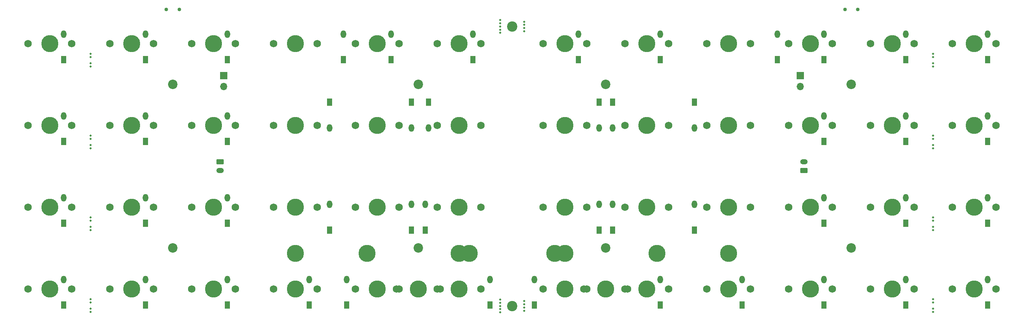
<source format=gbr>
%TF.GenerationSoftware,KiCad,Pcbnew,(7.0.0)*%
%TF.CreationDate,2024-02-09T22:05:54+01:00*%
%TF.ProjectId,graham cracker,67726168-616d-4206-9372-61636b65722e,rev?*%
%TF.SameCoordinates,Original*%
%TF.FileFunction,Soldermask,Top*%
%TF.FilePolarity,Negative*%
%FSLAX46Y46*%
G04 Gerber Fmt 4.6, Leading zero omitted, Abs format (unit mm)*
G04 Created by KiCad (PCBNEW (7.0.0)) date 2024-02-09 22:05:54*
%MOMM*%
%LPD*%
G01*
G04 APERTURE LIST*
G04 Aperture macros list*
%AMRoundRect*
0 Rectangle with rounded corners*
0 $1 Rounding radius*
0 $2 $3 $4 $5 $6 $7 $8 $9 X,Y pos of 4 corners*
0 Add a 4 corners polygon primitive as box body*
4,1,4,$2,$3,$4,$5,$6,$7,$8,$9,$2,$3,0*
0 Add four circle primitives for the rounded corners*
1,1,$1+$1,$2,$3*
1,1,$1+$1,$4,$5*
1,1,$1+$1,$6,$7*
1,1,$1+$1,$8,$9*
0 Add four rect primitives between the rounded corners*
20,1,$1+$1,$2,$3,$4,$5,0*
20,1,$1+$1,$4,$5,$6,$7,0*
20,1,$1+$1,$6,$7,$8,$9,0*
20,1,$1+$1,$8,$9,$2,$3,0*%
G04 Aperture macros list end*
%ADD10C,0.500000*%
%ADD11C,1.750000*%
%ADD12C,3.987800*%
%ADD13C,2.200000*%
%ADD14C,2.400000*%
%ADD15R,1.300000X1.778000*%
%ADD16O,1.300000X1.778000*%
%ADD17R,1.700000X1.700000*%
%ADD18O,1.700000X1.700000*%
%ADD19C,0.850000*%
%ADD20RoundRect,0.250000X0.625000X-0.350000X0.625000X0.350000X-0.625000X0.350000X-0.625000X-0.350000X0*%
%ADD21O,1.750000X1.200000*%
%ADD22RoundRect,0.250000X-0.625000X0.350000X-0.625000X-0.350000X0.625000X-0.350000X0.625000X0.350000X0*%
G04 APERTURE END LIST*
D10*
%TO.C,REF\u002A\u002A*%
X238868750Y-35778250D03*
X238868750Y-36518250D03*
X238868750Y-37945250D03*
X238868750Y-38685250D03*
%TD*%
D11*
%TO.C,MX29*%
X114617500Y-71437500D03*
D12*
X109537500Y-71437500D03*
D11*
X104457500Y-71437500D03*
%TD*%
%TO.C,MX11*%
X224313750Y-33337500D03*
D12*
X229393750Y-33337500D03*
D11*
X234473750Y-33337500D03*
%TD*%
%TO.C,MX22*%
X205263750Y-52387500D03*
D12*
X210343750Y-52387500D03*
D11*
X215423750Y-52387500D03*
%TD*%
%TO.C,MX6*%
X123507500Y-33337500D03*
D12*
X128587500Y-33337500D03*
D11*
X133667500Y-33337500D03*
%TD*%
%TO.C,MX26*%
X47307500Y-71437500D03*
D12*
X52387500Y-71437500D03*
D11*
X57467500Y-71437500D03*
%TD*%
D12*
%TO.C,S3*%
X174625000Y-82232500D03*
X150812500Y-82232500D03*
%TD*%
D11*
%TO.C,MX5*%
X104457500Y-33337500D03*
D12*
X109537500Y-33337500D03*
D11*
X114617500Y-33337500D03*
%TD*%
%TO.C,MX36*%
X243363750Y-71437500D03*
D12*
X248443750Y-71437500D03*
D11*
X253523750Y-71437500D03*
%TD*%
D10*
%TO.C,REF\u002A\u002A*%
X42812500Y-54828250D03*
X42812500Y-55568250D03*
X42812500Y-56995250D03*
X42812500Y-57735250D03*
%TD*%
D11*
%TO.C,MX44*%
X148113750Y-90487500D03*
D12*
X153193750Y-90487500D03*
D11*
X158273750Y-90487500D03*
%TD*%
%TO.C,MX23*%
X224313750Y-52387500D03*
D12*
X229393750Y-52387500D03*
D11*
X234473750Y-52387500D03*
%TD*%
D12*
%TO.C,S4*%
X191293750Y-82232500D03*
X153193750Y-82232500D03*
%TD*%
D11*
%TO.C,MX32*%
X177323750Y-71437500D03*
D12*
X172243750Y-71437500D03*
D11*
X167163750Y-71437500D03*
%TD*%
%TO.C,MX2*%
X47307500Y-33337500D03*
D12*
X52387500Y-33337500D03*
D11*
X57467500Y-33337500D03*
%TD*%
%TO.C,MX45*%
X157638750Y-90487500D03*
D12*
X162718750Y-90487500D03*
D11*
X167798750Y-90487500D03*
%TD*%
%TO.C,MX15*%
X66357500Y-52387500D03*
D12*
X71437500Y-52387500D03*
D11*
X76517500Y-52387500D03*
%TD*%
%TO.C,MX41*%
X104457500Y-90487500D03*
D12*
X109537500Y-90487500D03*
D11*
X114617500Y-90487500D03*
%TD*%
%TO.C,MX48*%
X205263750Y-90487500D03*
D12*
X210343750Y-90487500D03*
D11*
X215423750Y-90487500D03*
%TD*%
%TO.C,MX7*%
X148113750Y-33337500D03*
D12*
X153193750Y-33337500D03*
D11*
X158273750Y-33337500D03*
%TD*%
%TO.C,MX13*%
X28257500Y-52387500D03*
D12*
X33337500Y-52387500D03*
D11*
X38417500Y-52387500D03*
%TD*%
%TO.C,MX33*%
X196373750Y-71437500D03*
D12*
X191293750Y-71437500D03*
D11*
X186213750Y-71437500D03*
%TD*%
%TO.C,MX9*%
X186213750Y-33337500D03*
D12*
X191293750Y-33337500D03*
D11*
X196373750Y-33337500D03*
%TD*%
%TO.C,MX21*%
X186213750Y-52387500D03*
D12*
X191293750Y-52387500D03*
D11*
X196373750Y-52387500D03*
%TD*%
%TO.C,MX40*%
X85407500Y-90487500D03*
D12*
X90487500Y-90487500D03*
D11*
X95567500Y-90487500D03*
%TD*%
%TO.C,MX37*%
X28257500Y-90487500D03*
D12*
X33337500Y-90487500D03*
D11*
X38417500Y-90487500D03*
%TD*%
%TO.C,MX28*%
X95567500Y-71437500D03*
D12*
X90487500Y-71437500D03*
D11*
X85407500Y-71437500D03*
%TD*%
%TO.C,MX17*%
X104457500Y-52387500D03*
D12*
X109537500Y-52387500D03*
D11*
X114617500Y-52387500D03*
%TD*%
D10*
%TO.C,REF\u002A\u002A*%
X42812500Y-35778250D03*
X42812500Y-36518250D03*
X42812500Y-37945250D03*
X42812500Y-38685250D03*
%TD*%
D11*
%TO.C,MX25*%
X28257500Y-71437500D03*
D12*
X33337500Y-71437500D03*
D11*
X38417500Y-71437500D03*
%TD*%
D10*
%TO.C,REF\u002A\u002A*%
X238868750Y-73878250D03*
X238868750Y-74618250D03*
X238868750Y-76045250D03*
X238868750Y-76785250D03*
%TD*%
D12*
%TO.C,S1*%
X128587500Y-82232500D03*
X90487500Y-82232500D03*
%TD*%
D11*
%TO.C,MX1*%
X28257500Y-33337500D03*
D12*
X33337500Y-33337500D03*
D11*
X38417500Y-33337500D03*
%TD*%
%TO.C,MX20*%
X167163750Y-52387500D03*
D12*
X172243750Y-52387500D03*
D11*
X177323750Y-52387500D03*
%TD*%
D13*
%TO.C,H8*%
X219868750Y-80962500D03*
%TD*%
D11*
%TO.C,MX38*%
X47307500Y-90487500D03*
D12*
X52387500Y-90487500D03*
D11*
X57467500Y-90487500D03*
%TD*%
D12*
%TO.C,S2*%
X130968750Y-82232500D03*
X107156250Y-82232500D03*
%TD*%
D11*
%TO.C,MX31*%
X158273750Y-71437500D03*
D12*
X153193750Y-71437500D03*
D11*
X148113750Y-71437500D03*
%TD*%
D10*
%TO.C,MB5*%
X138118750Y-92976250D03*
X138118750Y-93716250D03*
X138118750Y-94456250D03*
X138118750Y-95196250D03*
X138118750Y-95936250D03*
D14*
X140918750Y-94456250D03*
D10*
X143718750Y-93346250D03*
X143718750Y-94086250D03*
X143718750Y-94826250D03*
X143718750Y-95566250D03*
%TD*%
D13*
%TO.C,H4*%
X119062500Y-80962500D03*
%TD*%
D11*
%TO.C,MX24*%
X243363750Y-52387500D03*
D12*
X248443750Y-52387500D03*
D11*
X253523750Y-52387500D03*
%TD*%
D13*
%TO.C,H3*%
X61912500Y-80962500D03*
%TD*%
%TO.C,H1*%
X61912500Y-42862500D03*
%TD*%
%TO.C,H2*%
X119062500Y-42862500D03*
%TD*%
D10*
%TO.C,MB5*%
X138118750Y-27888750D03*
X138118750Y-28628750D03*
X138118750Y-29368750D03*
X138118750Y-30108750D03*
X138118750Y-30848750D03*
D14*
X140918750Y-29368750D03*
D10*
X143718750Y-28258750D03*
X143718750Y-28998750D03*
X143718750Y-29738750D03*
X143718750Y-30478750D03*
%TD*%
D11*
%TO.C,MX19*%
X148113750Y-52387500D03*
D12*
X153193750Y-52387500D03*
D11*
X158273750Y-52387500D03*
%TD*%
D10*
%TO.C,REF\u002A\u002A*%
X238868750Y-92928250D03*
X238868750Y-93668250D03*
X238868750Y-95095250D03*
X238868750Y-95835250D03*
%TD*%
D11*
%TO.C,MX39*%
X66357500Y-90487500D03*
D12*
X71437500Y-90487500D03*
D11*
X76517500Y-90487500D03*
%TD*%
D13*
%TO.C,H5*%
X162718750Y-42862500D03*
%TD*%
D11*
%TO.C,MX4*%
X85407500Y-33337500D03*
D12*
X90487500Y-33337500D03*
D11*
X95567500Y-33337500D03*
%TD*%
D13*
%TO.C,H6*%
X219868750Y-42862500D03*
%TD*%
D11*
%TO.C,MX12*%
X243363750Y-33337500D03*
D12*
X248443750Y-33337500D03*
D11*
X253523750Y-33337500D03*
%TD*%
%TO.C,MX34*%
X205263750Y-71437500D03*
D12*
X210343750Y-71437500D03*
D11*
X215423750Y-71437500D03*
%TD*%
%TO.C,MX46*%
X167163750Y-90487500D03*
D12*
X172243750Y-90487500D03*
D11*
X177323750Y-90487500D03*
%TD*%
%TO.C,MX8*%
X167163750Y-33337500D03*
D12*
X172243750Y-33337500D03*
D11*
X177323750Y-33337500D03*
%TD*%
%TO.C,MX27*%
X66357500Y-71437500D03*
D12*
X71437500Y-71437500D03*
D11*
X76517500Y-71437500D03*
%TD*%
%TO.C,MX10*%
X205263750Y-33337500D03*
D12*
X210343750Y-33337500D03*
D11*
X215423750Y-33337500D03*
%TD*%
D13*
%TO.C,H7*%
X162718750Y-80962500D03*
%TD*%
D11*
%TO.C,MX18*%
X123507500Y-52387500D03*
D12*
X128587500Y-52387500D03*
D11*
X133667500Y-52387500D03*
%TD*%
%TO.C,MX30*%
X133667500Y-71437500D03*
D12*
X128587500Y-71437500D03*
D11*
X123507500Y-71437500D03*
%TD*%
%TO.C,MX43*%
X113982500Y-90487500D03*
D12*
X119062500Y-90487500D03*
D11*
X124142500Y-90487500D03*
%TD*%
%TO.C,MX16*%
X85407500Y-52387500D03*
D12*
X90487500Y-52387500D03*
D11*
X95567500Y-52387500D03*
%TD*%
%TO.C,MX47*%
X186213750Y-90487500D03*
D12*
X191293750Y-90487500D03*
D11*
X196373750Y-90487500D03*
%TD*%
%TO.C,MX3*%
X66357500Y-33337500D03*
D12*
X71437500Y-33337500D03*
D11*
X76517500Y-33337500D03*
%TD*%
%TO.C,MX14*%
X47307500Y-52387500D03*
D12*
X52387500Y-52387500D03*
D11*
X57467500Y-52387500D03*
%TD*%
D10*
%TO.C,REF\u002A\u002A*%
X42812500Y-73878250D03*
X42812500Y-74618250D03*
X42812500Y-76045250D03*
X42812500Y-76785250D03*
%TD*%
D11*
%TO.C,MX49*%
X224313750Y-90487500D03*
D12*
X229393750Y-90487500D03*
D11*
X234473750Y-90487500D03*
%TD*%
%TO.C,MX35*%
X224313750Y-71437500D03*
D12*
X229393750Y-71437500D03*
D11*
X234473750Y-71437500D03*
%TD*%
%TO.C,MX42*%
X123507500Y-90487500D03*
D12*
X128587500Y-90487500D03*
D11*
X133667500Y-90487500D03*
%TD*%
%TO.C,MX50*%
X243363750Y-90487500D03*
D12*
X248443750Y-90487500D03*
D11*
X253523750Y-90487500D03*
%TD*%
D10*
%TO.C,REF\u002A\u002A*%
X42812500Y-92928250D03*
X42812500Y-93668250D03*
X42812500Y-95095250D03*
X42812500Y-95835250D03*
%TD*%
%TO.C,REF\u002A\u002A*%
X238868750Y-54828250D03*
X238868750Y-55568250D03*
X238868750Y-56995250D03*
X238868750Y-57735250D03*
%TD*%
D15*
%TO.C,D31*%
X161131249Y-76818749D03*
D16*
X161131249Y-70818749D03*
%TD*%
D15*
%TO.C,D38*%
X55562499Y-94281249D03*
D16*
X55562499Y-88281249D03*
%TD*%
D15*
%TO.C,D47*%
X232568749Y-94281249D03*
D16*
X232568749Y-88281249D03*
%TD*%
D15*
%TO.C,D37*%
X36512499Y-94281249D03*
D16*
X36512499Y-88281249D03*
%TD*%
D15*
%TO.C,D21*%
X183356249Y-47006249D03*
D16*
X183356249Y-53006249D03*
%TD*%
D15*
%TO.C,D19*%
X161131249Y-47006249D03*
D16*
X161131249Y-53006249D03*
%TD*%
D15*
%TO.C,D17*%
X117474999Y-47006249D03*
D16*
X117474999Y-53006249D03*
%TD*%
D15*
%TO.C,D32*%
X164306249Y-76818749D03*
D16*
X164306249Y-70818749D03*
%TD*%
D15*
%TO.C,D7*%
X156368749Y-37131249D03*
D16*
X156368749Y-31131249D03*
%TD*%
D15*
%TO.C,D36*%
X251618749Y-75231249D03*
D16*
X251618749Y-69231249D03*
%TD*%
D15*
%TO.C,D28*%
X98424999Y-76818749D03*
D16*
X98424999Y-70818749D03*
%TD*%
D15*
%TO.C,D4*%
X101599999Y-37131249D03*
D16*
X101599999Y-31131249D03*
%TD*%
D15*
%TO.C,D9*%
X202606249Y-37131249D03*
D16*
X202606249Y-31131249D03*
%TD*%
D15*
%TO.C,D33*%
X183356249Y-76818749D03*
D16*
X183356249Y-70818749D03*
%TD*%
D15*
%TO.C,D39*%
X74612499Y-94281249D03*
D16*
X74612499Y-88281249D03*
%TD*%
D15*
%TO.C,D35*%
X232568749Y-75231249D03*
D16*
X232568749Y-69231249D03*
%TD*%
D15*
%TO.C,D46*%
X213518749Y-94281249D03*
D16*
X213518749Y-88281249D03*
%TD*%
D15*
%TO.C,D25*%
X36512499Y-75231249D03*
D16*
X36512499Y-69231249D03*
%TD*%
D15*
%TO.C,D29*%
X117474999Y-76818749D03*
D16*
X117474999Y-70818749D03*
%TD*%
D15*
%TO.C,D30*%
X120649999Y-76818749D03*
D16*
X120649999Y-70818749D03*
%TD*%
D17*
%TO.C,J4*%
X207962499Y-40793749D03*
D18*
X207962499Y-43333749D03*
%TD*%
D15*
%TO.C,D3*%
X74612499Y-37131249D03*
D16*
X74612499Y-31131249D03*
%TD*%
D15*
%TO.C,D40*%
X93662499Y-94281249D03*
D16*
X93662499Y-88281249D03*
%TD*%
D15*
%TO.C,D11*%
X232568749Y-37131249D03*
D16*
X232568749Y-31131249D03*
%TD*%
D15*
%TO.C,D18*%
X121443749Y-47006249D03*
D16*
X121443749Y-53006249D03*
%TD*%
D15*
%TO.C,D13*%
X36512499Y-56181249D03*
D16*
X36512499Y-50181249D03*
%TD*%
D15*
%TO.C,D42*%
X135731249Y-94281249D03*
D16*
X135731249Y-88281249D03*
%TD*%
D15*
%TO.C,D12*%
X251618749Y-37131249D03*
D16*
X251618749Y-31131249D03*
%TD*%
D15*
%TO.C,D43*%
X146049999Y-94281249D03*
D16*
X146049999Y-88281249D03*
%TD*%
D15*
%TO.C,D1*%
X36512499Y-37131249D03*
D16*
X36512499Y-31131249D03*
%TD*%
D15*
%TO.C,D15*%
X74612499Y-56181249D03*
D16*
X74612499Y-50181249D03*
%TD*%
D15*
%TO.C,D23*%
X232568749Y-56181249D03*
D16*
X232568749Y-50181249D03*
%TD*%
D15*
%TO.C,D41*%
X102393749Y-94281249D03*
D16*
X102393749Y-88281249D03*
%TD*%
D15*
%TO.C,D48*%
X251618749Y-94281249D03*
D16*
X251618749Y-88281249D03*
%TD*%
D15*
%TO.C,D10*%
X213518749Y-37131249D03*
D16*
X213518749Y-31131249D03*
%TD*%
D15*
%TO.C,D24*%
X251618749Y-56181249D03*
D16*
X251618749Y-50181249D03*
%TD*%
D15*
%TO.C,D6*%
X131762499Y-37131249D03*
D16*
X131762499Y-31131249D03*
%TD*%
D15*
%TO.C,D44*%
X175418749Y-94281249D03*
D16*
X175418749Y-88281249D03*
%TD*%
D19*
%TO.C,PSW2*%
X221368750Y-25400000D03*
X218368750Y-25400000D03*
%TD*%
D15*
%TO.C,D45*%
X194468749Y-94281249D03*
D16*
X194468749Y-88281249D03*
%TD*%
D15*
%TO.C,D16*%
X98424999Y-47006249D03*
D16*
X98424999Y-53006249D03*
%TD*%
D15*
%TO.C,D5*%
X112712499Y-37131249D03*
D16*
X112712499Y-31131249D03*
%TD*%
D15*
%TO.C,D22*%
X213518749Y-56181249D03*
D16*
X213518749Y-50181249D03*
%TD*%
D15*
%TO.C,D2*%
X55562499Y-37131249D03*
D16*
X55562499Y-31131249D03*
%TD*%
D15*
%TO.C,D8*%
X175418749Y-37131249D03*
D16*
X175418749Y-31131249D03*
%TD*%
D15*
%TO.C,D34*%
X213518749Y-75231249D03*
D16*
X213518749Y-69231249D03*
%TD*%
D15*
%TO.C,D14*%
X55562499Y-56181249D03*
D16*
X55562499Y-50181249D03*
%TD*%
D20*
%TO.C,J2*%
X208825000Y-62912500D03*
D21*
X208824999Y-60912499D03*
%TD*%
D15*
%TO.C,D27*%
X74612499Y-75231249D03*
D16*
X74612499Y-69231249D03*
%TD*%
D15*
%TO.C,D20*%
X164306249Y-47006249D03*
D16*
X164306249Y-53006249D03*
%TD*%
D17*
%TO.C,J3*%
X73818749Y-40793749D03*
D18*
X73818749Y-43333749D03*
%TD*%
D19*
%TO.C,PSW1*%
X63412500Y-25400000D03*
X60412500Y-25400000D03*
%TD*%
D22*
%TO.C,J1*%
X72956250Y-60912500D03*
D21*
X72956249Y-62912499D03*
%TD*%
D15*
%TO.C,D26*%
X55562499Y-75231249D03*
D16*
X55562499Y-69231249D03*
%TD*%
M02*

</source>
